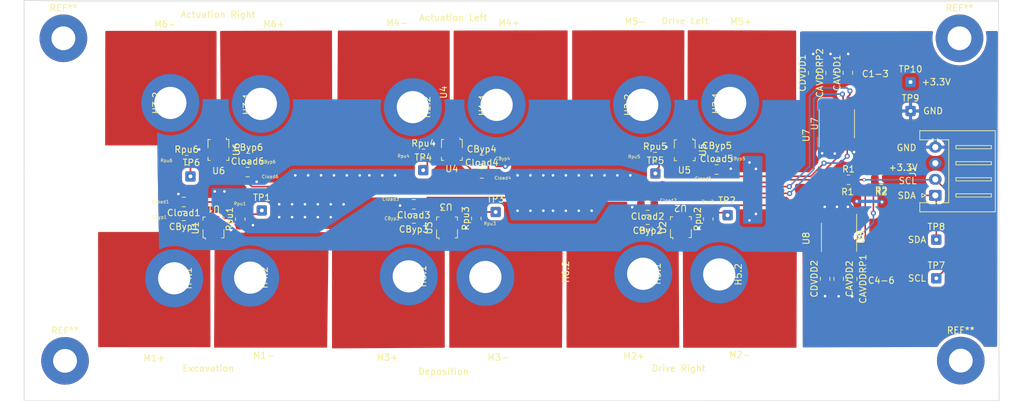
<source format=kicad_pcb>
(kicad_pcb (version 20221018) (generator pcbnew)
  (layers (0 "F.Cu" signal) (31 "B.Cu" signal) (34 "B.Paste" user) (35 "F.Paste" user) (36 "B.SilkS" user "B.Silkscreen") (37 "F.SilkS" user "F.Silkscreen") (38 "B.Mask" user) (39 "F.Mask" user) (44 "Edge.Cuts" user))
  (net 0 "")
  (net 1 "+3.3V")
  (net 2 "Earth")
  (net 3 "Net-(U1-VIOUT)")
  (net 4 "Net-(U2-VIOUT)")
  (net 5 "Net-(U3-VIOUT)")
  (net 6 "Net-(U4-VIOUT)")
  (net 7 "Net-(U5-VIOUT)")
  (net 8 "/M1-")
  (net 9 "/M4+")
  (net 10 "/M4-")
  (net 11 "/M5+")
  (net 12 "/M5-")
  (net 13 "Net-(U6-VIOUT)")
  (net 14 "Net-(U1-~{FAULT})")
  (net 15 "Net-(U2-~{FAULT})")
  (net 16 "Net-(U3-~{FAULT})")
  (net 17 "Net-(U4-~{FAULT})")
  (net 18 "Net-(U5-~{FAULT})")
  (net 19 "Net-(U6-~{FAULT})")
  (net 41 "/M6+")
  (net 42 "/M1+")
  (net 49 "/M6-")
  (net 50 "/M2+")
  (net 51 "/M2-")
  (net 52 "/M3+")
  (net 53 "/M3-")
  (net 55 "/SDA")
  (net 56 "/SCL")
  (footprint "Package_SO:TSSOP-16_4.4x5mm_P0.65mm" (layer "F.Cu") (at 228.5602 50.9855 90)
    (fp_text reference "U7")
    (fp_text value "ADS1119IPWR")
  )
  (footprint "MountingHole:MountingHole_3.7mm_Pad" (layer "F.Cu") (at 108.755052 87.833338)
    (fp_text reference "REF**")
    (fp_text value "MountingHole_3.7mm_Pad")
  )
  (footprint "Capacitor_SMD:C_0805_2012Metric_Pad1.18x1.45mm_HandSolder" (layer "F.Cu") (at 224.892 43.0936 90)
    (fp_text reference "CDVDD1")
    (fp_text value "0.1")
  )
  (footprint "Sensor_Current:Allegro_QFN-12-10-1EP_3x3mm_P0.5mm" (layer "F.Cu") (at 168.05 67.18 90)
    (fp_text reference "U3")
    (fp_text value "ACS711xEXLT-31AB")
  )
  (footprint "Resistor_SMD:R_0805_2012Metric_Pad1.20x1.40mm_HandSolder" (layer "F.Cu") (at 230.378 59.69)
    (fp_text reference "R1")
    (fp_text value "4.7k")
  )
  (footprint "Resistor_SMD:R_0805_2012Metric_Pad1.20x1.40mm_HandSolder" (layer "F.Cu") (at 135.95 65.8 90)
    (fp_text reference "Rpu1")
    (fp_text value "4.7k")
  )
  (footprint "Connector_Wire:SolderWire-0.1sqmm_1x01_D0.4mm_OD1mm" (layer "F.Cu") (at 139.3 64.4548)
    (fp_text reference "TP1")
    (fp_text value "Fault 1")
  )
  (footprint "Connector_Wire:SolderWire-0.25sqmm_1x01_D0.65mm_OD2mm" (layer "F.Cu") (at 162.113397 74.698097 -90)
    (fp_text reference "H6.1")
    (fp_text value "I+ Pad")
  )
  (footprint "Connector_Wire:SolderWire-0.1sqmm_1x01_D0.4mm_OD1mm" (layer "F.Cu") (at 244 69)
    (fp_text reference "TP8")
    (fp_text value "SDA")
  )
  (footprint "Connector_Wire:SolderWire-0.25sqmm_1x01_D0.65mm_OD2mm" (layer "F.Cu") (at 210.3 74.4 -90)
    (fp_text reference "H5.2")
    (fp_text value "I- Pad")
  )
  (footprint "Connector_Wire:SolderWire-0.1sqmm_1x01_D0.4mm_OD1mm" (layer "F.Cu") (at 240 49)
    (fp_text reference "TP9")
    (fp_text value "GND")
  )
  (footprint "Capacitor_SMD:C_0805_2012Metric_Pad1.18x1.45mm_HandSolder" (layer "F.Cu") (at 230.2764 43.0784 90)
    (fp_text reference "CAVDD1")
    (fp_text value "0.1")
  )
  (footprint "Sensor_Current:Allegro_QFN-12-10-1EP_3x3mm_P0.5mm" (layer "F.Cu") (at 132.564895 54.974895 -90)
    (fp_text reference "U6")
    (fp_text value "ACS711xEXLT-31AB")
  )
  (footprint "Resistor_SMD:R_0805_2012Metric_Pad1.20x1.40mm_HandSolder" (layer "F.Cu") (at 235.458 59.69 180)
    (fp_text reference "R2")
    (fp_text value "4.7k")
  )
  (footprint "Connector_Wire:SolderWire-0.25sqmm_1x01_D0.65mm_OD2mm" (layer "F.Cu") (at 174 74.798097 -90)
    (fp_text reference "H6.2")
    (fp_text value "I- Pad")
  )
  (footprint "Sensor_Current:Allegro_QFN-12-10-1EP_3x3mm_P0.5mm" (layer "F.Cu") (at 131.8 67.18 90)
    (fp_text reference "U1")
    (fp_text value "ACS711xEXLT-31AB")
  )
  (footprint "Sensor_Current:Allegro_QFN-12-10-1EP_3x3mm_P0.5mm" (layer "F.Cu") (at 204.35 67.13 90)
    (fp_text reference "U2")
    (fp_text value "ACS711xEXLT-31AB")
  )
  (footprint "Capacitor_SMD:C_0805_2012Metric_Pad1.18x1.45mm_HandSolder" (layer "F.Cu") (at 127.1875 63.145 180)
    (fp_text reference "Cload1")
    (fp_text value "0.1")
  )
  (footprint "Capacitor_SMD:C_0805_2012Metric_Pad1.18x1.45mm_HandSolder" (layer "F.Cu") (at 162.8875 63.5 180)
    (fp_text reference "Cload3")
    (fp_text value "0.1")
  )
  (footprint "Connector_Wire:SolderWire-0.1sqmm_1x01_D0.4mm_OD1mm" (layer "F.Cu") (at 164.36 58.205)
    (fp_text reference "TP4")
    (fp_text value "Fault 4")
  )
  (footprint "Connector_Wire:SolderWire-0.25sqmm_1x01_D0.65mm_OD2mm" (layer "F.Cu") (at 125.7 75 -90)
    (fp_text reference "H4.1")
    (fp_text value "I+ Pad")
  )
  (footprint "Connector_Wire:SolderWire-0.25sqmm_1x01_D0.65mm_OD2mm" (layer "F.Cu") (at 198.35 48.05 90)
    (fp_text reference "H2.2")
    (fp_text value "I- Pad")
  )
  (footprint "Connector_Wire:SolderWire-0.1sqmm_1x01_D0.4mm_OD1mm" (layer "F.Cu") (at 175.6 64.7)
    (fp_text reference "TP3")
    (fp_text value "Fault 3")
  )
  (footprint "Capacitor_SMD:C_0805_2012Metric_Pad1.18x1.45mm_HandSolder" (layer "F.Cu") (at 162.9 65.7 180)
    (fp_text reference "CByp3")
    (fp_text value "0.1")
  )
  (footprint "Resistor_SMD:R_0805_2012Metric_Pad1.20x1.40mm_HandSolder" (layer "F.Cu") (at 164.3975 55.665)
    (fp_text reference "Rpu4")
    (fp_text value "4.7k")
  )
  (footprint "Capacitor_SMD:C_0805_2012Metric_Pad1.18x1.45mm_HandSolder" (layer "F.Cu") (at 209.9625 56.07)
    (fp_text reference "CByp5")
    (fp_text value "0.1")
  )
  (footprint "Capacitor_SMD:C_0805_2012Metric_Pad1.18x1.45mm_HandSolder" (layer "F.Cu") (at 227.592 43.0936 90)
    (fp_text reference "CAVDDRP2")
    (fp_text value "0.1")
  )
  (footprint "Capacitor_SMD:C_0805_2012Metric_Pad1.18x1.45mm_HandSolder" (layer "F.Cu") (at 199.1875 65.9 180)
    (fp_text reference "CByp2")
    (fp_text value "0.1")
  )
  (footprint "Connector_Wire:SolderWire-0.25sqmm_1x01_D0.65mm_OD2mm" (layer "F.Cu") (at 175.75 48.05 90)
    (fp_text reference "H1.1")
    (fp_text value "I+ Pad")
  )
  (footprint "Connector_Wire:SolderWire-0.1sqmm_1x01_D0.4mm_OD1mm" (layer "F.Cu") (at 240 44.5)
    (fp_text reference "TP10")
    (fp_text value "3.3V")
  )
  (footprint "Capacitor_SMD:C_0805_2012Metric_Pad1.18x1.45mm_HandSolder" (layer "F.Cu") (at 173.4375 58.7)
    (fp_text reference "Cload4")
    (fp_text value "0.1")
  )
  (footprint "Capacitor_SMD:C_0805_2012Metric_Pad1.18x1.45mm_HandSolder" (layer "F.Cu") (at 137.1875 56.334703)
    (fp_text reference "CByp6")
    (fp_text value "0.1")
  )
  (footprint "Capacitor_SMD:C_0805_2012Metric_Pad1.18x1.45mm_HandSolder" (layer "F.Cu") (at 228.8368 75.0742 -90)
    (fp_text reference "CAVDD2")
    (fp_text value "0.1")
  )
  (footprint "Connector_JST:JST_XH_S4B-XH-A_1x04_P2.50mm_Horizontal" (layer "F.Cu") (at 243.8444 62.1192 90)
    (fp_text reference "J1")
    (fp_text value "Conn_01x04")
  )
  (footprint "Capacitor_SMD:C_0805_2012Metric_Pad1.18x1.45mm_HandSolder" (layer "F.Cu") (at 137.1 58.5)
    (fp_text reference "Cload6")
    (fp_text value "0.1")
  )
  (footprint "Capacitor_SMD:C_0805_2012Metric_Pad1.18x1.45mm_HandSolder" (layer "F.Cu") (at 230.9368 75.1117 -90)
    (fp_text reference "CAVDDRP1")
    (fp_text value "0.1")
  )
  (footprint "Resistor_SMD:R_0805_2012Metric_Pad1.20x1.40mm_HandSolder" (layer "F.Cu") (at 172.6 65.7 90)
    (fp_text reference "Rpu3")
    (fp_text value "4.7k")
  )
  (footprint "Connector_Wire:SolderWire-0.25sqmm_1x01_D0.65mm_OD2mm" (layer "F.Cu") (at 125.1 47.75 90)
    (fp_text reference "H3.2")
    (fp_text value "I- Pad")
  )
  (footprint "Sensor_Current:Allegro_QFN-12-10-1EP_3x3mm_P0.5mm" (layer "F.Cu") (at 204.95 55.02 -90)
    (fp_text reference "U5")
    (fp_text value "ACS711xEXLT-31AB")
  )
  (footprint "MountingHole:MountingHole_3.7mm_Pad" (layer "F.Cu") (at 247.8 87.8)
    (fp_text reference "REF**")
    (fp_text value "MountingHole_3.7mm_Pad")
  )
  (footprint "Capacitor_SMD:C_0805_2012Metric_Pad1.18x1.45mm_HandSolder" (layer "F.Cu") (at 173.4375 56.6)
    (fp_text reference "CByp4")
    (fp_text value "0.1")
  )
  (footprint "Connector_Wire:SolderWire-0.1sqmm_1x01_D0.4mm_OD1mm" (layer "F.Cu") (at 244 75)
    (fp_text reference "TP7")
    (fp_text value "SCL")
  )
  (footprint "Connector_Wire:SolderWire-0.25sqmm_1x01_D0.65mm_OD2mm" (layer "F.Cu") (at 162.75 48.4 -90)
    (fp_text reference "H1.2")
    (fp_text value "I- Pad")
  )
  (footprint "Resistor_SMD:R_0805_2012Metric_Pad1.20x1.40mm_HandSolder" (layer "F.Cu") (at 127.627395 56.625105)
    (fp_text reference "Rpu6")
    (fp_text value "4.7k")
  )
  (footprint "Connector_Wire:SolderWire-0.1sqmm_1x01_D0.4mm_OD1mm" (layer "F.Cu") (at 200.4 58.7)
    (fp_text reference "TP5")
    (fp_text value "Fault 5")
  )
  (footprint "Connector_Wire:SolderWire-0.25sqmm_1x01_D0.65mm_OD2mm" (layer "F.Cu") (at 212 47.75 90)
    (fp_text reference "H2.1")
    (fp_text value "I+ Pad")
  )
  (footprint "Sensor_Current:Allegro_QFN-12-10-1EP_3x3mm_P0.5mm" (layer "F.Cu") (at 168.8 54.97 -90)
    (fp_text reference "U4")
    (fp_text value "ACS711xEXLT-31AB")
  )
  (footprint "Package_SO:TSSOP-16_4.4x5mm_P0.65mm" (layer "F.Cu") (at 228.9048 68.6375 -90)
    (fp_text reference "U8")
    (fp_text value "ADS1119IPWR")
  )
  (footprint "Resistor_SMD:R_0805_2012Metric_Pad1.20x1.40mm_HandSolder" (layer "F.Cu") (at 200.3675 56.165)
    (fp_text reference "Rpu5")
    (fp_text value "4.7k")
  )
  (footprint "Connector_Wire:SolderWire-0.25sqmm_1x01_D0.65mm_OD2mm" (layer "F.Cu") (at 139.15 47.9 90)
    (fp_text reference "H3.1")
    (fp_text value "I+ Pad")
  )
  (footprint "Connector_Wire:SolderWire-0.1sqmm_1x01_D0.4mm_OD1mm" (layer "F.Cu") (at 211.6 65.2)
    (fp_text reference "TP2")
    (fp_text value "Fault 2")
  )
  (footprint "Connector_Wire:SolderWire-0.25sqmm_1x01_D0.65mm_OD2mm" (layer "F.Cu") (at 198.5 74.3 -90)
    (fp_text reference "H5.1")
    (fp_text value "I+ Pad")
  )
  (footprint "MountingHole:MountingHole_3.7mm_Pad" (layer "F.Cu") (at 247.6 37.7)
    (fp_text reference "REF**")
    (fp_text value "MountingHole_3.7mm_Pad")
  )
  (footprint "Connector_Wire:SolderWire-0.25sqmm_1x01_D0.65mm_OD2mm" (layer "F.Cu") (at 137.5 74.9 -90)
    (fp_text reference "H4.2")
    (fp_text value "I- Pad")
  )
  (footprint "Capacitor_SMD:C_0805_2012Metric_Pad1.18x1.45mm_HandSolder" (layer "F.Cu") (at 127.1875 65.3 180)
    (fp_text reference "CByp1")
    (fp_text value "0.1")
  )
  (footprint "Capacitor_SMD:C_0805_2012Metric_Pad1.18x1.45mm_HandSolder" (layer "F.Cu") (at 209.9 58.1)
    (fp_text reference "Cload5")
    (fp_text value "0.1")
  )
  (footprint "Capacitor_SMD:C_0805_2012Metric_Pad1.18x1.45mm_HandSolder" (layer "F.Cu") (at 199.1868 63.7 180)
    (fp_text reference "Cload2")
    (fp_text value "0.1")
  )
  (footprint "Connector_Wire:SolderWire-0.1sqmm_1x01_D0.4mm_OD1mm" (layer "F.Cu") (at 128.224895 59.165105)
    (fp_text reference "TP6")
    (fp_text value "Fault 6")
  )
  (footprint "Resistor_SMD:R_0805_2012Metric_Pad1.20x1.40mm_HandSolder" (layer "F.Cu") (at 208.6 65.8 90)
    (fp_text reference "Rpu2")
    (fp_text value "4.7k")
  )
  (footprint "MountingHole:MountingHole_3.7mm_Pad" (layer "F.Cu") (at 108.5 37.7)
    (fp_text reference "REF**")
    (fp_text value "MountingHole_3.7mm_Pad")
  )
  (footprint "Capacitor_SMD:C_0805_2012Metric_Pad1.18x1.45mm_HandSolder" (layer "F.Cu") (at 226.7368 75.0742 90)
    (fp_text reference "CDVDD2")
    (fp_text value "0.1")
  )
  (gr_line (start 253.65 31.9) (end 253.75 94.05) (stroke (width 0.1)) (layer "Edge.Cuts"))
  (gr_line (start 253.75 94.05) (end 102.406451 94.063624) (stroke (width 0.1)) (layer "Edge.Cuts"))
  (gr_line (start 102.406451 94.063624) (end 102.4 31.8) (stroke (width 0.1)) (layer "Edge.Cuts"))
  (gr_line (start 110 31.9) (end 253.65 31.9) (stroke (width 0.1)) (layer "Edge.Cuts"))
  (gr_line (start 102.4 31.8) (end 110 31.9) (stroke (width 0.1)) (layer "Edge.Cuts"))
  (gr_text "Rpu5" (at 197.1 56.1) (layer "F.SilkS") (effects (font (size 0.5 0.5) (thickness 0.075))))
  (gr_text "M6+" (at 141.2 35.5) (layer "F.SilkS") (effects (font (size 1 1))))
  (gr_text "R2" (at 235.458 61.5696) (layer "F.SilkS") (effects (font (size 1 1))))
  (gr_text "Rpu4" (at 161.3 56) (layer "F.SilkS") (effects (font (size 0.5 0.5) (thickness 0.075))))
  (gr_text "CByp5" (at 213.2 56.4) (layer "F.SilkS") (effects (font (size 0.5 0.5) (thickness 0.075))))
  (gr_text "M5+" (at 213.7 35.1) (layer "F.SilkS") (effects (font (size 1 1))))
  (gr_text "SDA\n" (at 241 69) (layer "F.SilkS") (effects (font (size 1 1))))
  (gr_text "U2" (at 204.3 64.1 180) (layer "F.SilkS") (effects (font (size 1 1))))
  (gr_text "CByp3" (at 159.5 65.7) (layer "F.SilkS") (effects (font (size 0.5 0.5) (thickness 0.075))))
  (gr_text "GND\n" (at 243.5 49) (layer "F.SilkS") (effects (font (size 1 1))))
  (gr_text "Drive Left\n" (at 205 35) (layer "F.SilkS") (effects (font (size 1 1))))
  (gr_text "CByp4" (at 176.7 56.4) (layer "F.SilkS") (effects (font (size 0.5 0.5) (thickness 0.075))))
  (gr_text "Rpu2" (at 208.5 63.1) (layer "F.SilkS") (effects (font (size 0.5 0.5) (thickness 0.075))))
  (gr_text "M6-" (at 124.3 35.5) (layer "F.SilkS") (effects (font (size 1 1))))
  (gr_text "Cload4" (at 176.7 59.4) (layer "F.SilkS") (effects (font (size 0.5 0.5) (thickness 0.075))))
  (gr_text "Drive Right\n" (at 204 89) (layer "F.SilkS") (effects (font (size 1 1))))
  (gr_text "R1" (at 230.2256 61.5696) (layer "F.SilkS") (effects (font (size 1 1))))
  (gr_text "+3.3V\n" (at 244 44.5) (layer "F.SilkS") (effects (font (size 1 1))))
  (gr_text "Rpu1" (at 135.9 63.4) (layer "F.SilkS") (effects (font (size 0.5 0.5) (thickness 0.075))))
  (gr_text "Cload1" (at 123.6 63.1) (layer "F.SilkS") (effects (font (size 0.5 0.5) (thickness 0.075))))
  (gr_text "SDA\n" (at 239.41 62.14) (layer "F.SilkS") (effects (font (size 1 1))))
  (gr_text "U1" (at 131.8 64.2 180) (layer "F.SilkS") (effects (font (size 1 1))))
  (gr_text "M2-" (at 213.5 86.9) (layer "F.SilkS") (effects (font (size 1 1))))
  (gr_text "M5-" (at 197.3 35.1) (layer "F.SilkS") (effects (font (size 1 1))))
  (gr_text "Actuation Left\n" (at 169 34.5) (layer "F.SilkS") (effects (font (size 1 1))))
  (gr_text "M4-" (at 160.3 35.3) (layer "F.SilkS") (effects (font (size 1 1))))
  (gr_text "U3" (at 167.9 63.9 180) (layer "F.SilkS") (effects (font (size 1 1))))
  (gr_text "M4+" (at 177.7 35.3) (layer "F.SilkS") (effects (font (size 1 1))))
  (gr_text "M2+" (at 197.1 87.1) (layer "F.SilkS") (effects (font (size 1 1))))
  (gr_text "M1+" (at 122.6 87.4) (layer "F.SilkS") (effects (font (size 1 1))))
  (gr_text "M3+" (at 158.8 87.3) (layer "F.SilkS") (effects (font (size 1 1))))
  (gr_text "M3-" (at 176 87.3) (layer "F.SilkS") (effects (font (size 1 1))))
  (gr_text "GND\n" (at 239.38 54.71) (layer "F.SilkS") (effects (font (size 1 1))))
  (gr_text "Cload3" (at 159.3 62.7) (layer "F.SilkS") (effects (font (size 0.5 0.5) (thickness 0.075))))
  (gr_text "CByp1" (at 123.4 65.5) (layer "F.SilkS") (effects (font (size 0.5 0.5) (thickness 0.075))))
  (gr_text "Cload2" (at 202.4 62.9) (layer "F.SilkS") (effects (font (size 0.5 0.5) (thickness 0.075))))
  (gr_text "Deposition\n" (at 167.5 89.5) (layer "F.SilkS") (effects (font (size 1 1))))
  (gr_text "U4" (at 168.8 58) (layer "F.SilkS") (effects (font (size 1 1))))
  (gr_text "Actuation Right\n" (at 132.5 34) (layer "F.SilkS") (effects (font (size 1 1))))
  (gr_text "Excavation\n" (at 131 89) (layer "F.SilkS") (effects (font (size 1 1))))
  (gr_text "+3.3V\n" (at 238.86 57.79) (layer "F.SilkS") (effects (font (size 1 1))))
  (gr_text "U8" (at 223.8 68.8 -270) (layer "F.SilkS") (effects (font (size 1 1))))
  (gr_text "M1-" (at 139.6 87) (layer "F.SilkS") (effects (font (size 1 1))))
  (gr_text "C1-3" (at 234.5436 43.2308) (layer "F.SilkS") (effects (font (size 1 1))))
  (gr_text "SCL" (at 241 75) (layer "F.SilkS") (effects (font (size 1 1))))
  (gr_text "U6" (at 132.6 58.3) (layer "F.SilkS") (effects (font (size 1 1))))
  (gr_text "CByp2" (at 199 67.4) (layer "F.SilkS") (effects (font (size 0.5 0.5) (thickness 0.075))))
  (gr_text "C4-6" (at 235.458 75.3364) (layer "F.SilkS") (effects (font (size 1 1))))
  (gr_text "CByp6" (at 140.3 56.9) (layer "F.SilkS") (effects (font (size 0.5 0.5) (thickness 0.075))))
  (gr_text "Rpu6" (at 124.5 56.7) (layer "F.SilkS") (effects (font (size 0.5 0.5) (thickness 0.075))))
  (gr_text "Rpu3" (at 174.7 66.5) (layer "F.SilkS") (effects (font (size 0.5 0.5) (thickness 0.075))))
  (gr_text "U5" (at 204.9 58.2) (layer "F.SilkS") (effects (font (size 1 1))))
  (gr_text "SCL\n" (at 239.55 59.86) (layer "F.SilkS") (effects (font (size 1 1))))
  (gr_text "U7" (at 223.8 52.8 90) (layer "F.SilkS") (effects (font (size 1 1))))
  (gr_text "Cload5" (at 207.8 59.5) (layer "F.SilkS") (effects (font (size 0.5 0.5) (thickness 0.075))))
  (gr_text "Cload6" (at 140.6 59.2) (layer "F.SilkS") (effects (font (size 0.5 0.5) (thickness 0.075))))
  (segment (start 208.925 55.795) (end 210.21 54.51) (width 0.5) (layer "F.Cu") (net 1))
  (segment (start 173.8 55.2) (end 175.55 55.2) (width 0.5) (layer "F.Cu") (net 1))
  (segment (start 172.4 56.6) (end 173.8 55.2) (width 0.5) (layer "F.Cu") (net 1))
  (segment (start 200.05 66.25) (end 200.7 66.9) (width 0.25) (layer "F.Cu") (net 1))
  (segment (start 198.625 67.5) (end 197 67.5) (width 0.5) (layer "F.Cu") (net 1))
  (segment (start 229.8798 67.3706) (end 229.9208 67.4116) (width 0.25) (layer "F.Cu") (net 1))
  (segment (start 210.21 54.51) (end 211.7 54.51) (width 0.5) (layer "F.Cu") (net 1))
  (segment (start 135.195192 55.204895) (end 136.325 56.334703) (width 0.25) (layer "F.Cu") (net 1))
  (segment (start 129.625 66.95) (end 130.35 66.95) (width 0.25) (layer "F.Cu") (net 1))
  (segment (start 200.7 66.9) (end 202.9 66.9) (width 0.25) (layer "F.Cu") (net 1))
  (segment (start 211.7 54.51) (end 212.63 55.44) (width 0.5) (layer "F.Cu") (net 1))
  (segment (start 134.014895 55.204895) (end 135.195192 55.204895) (width 0.25) (layer "F.Cu") (net 1))
  (segment (start 137.92 66.75) (end 136.055 66.75) (width 0.25) (layer "F.Cu") (net 1))
  (segment (start 208.925 56.07) (end 208.925 55.795) (width 0.5) (layer "F.Cu") (net 1))
  (segment (start 171.58 55.2) (end 172.575 56.195) (width 0.25) (layer "F.Cu") (net 1))
  (segment (start 227.5852 53.848) (end 227.5852 52.2236) (width 0.25) (layer "F.Cu") (net 1))
  (segment (start 137.484703 55) (end 140.5 55) (width 0.5) (layer "F.Cu") (net 1))
  (segment (start 208.925 56.07) (end 208.93 56.07) (width 0.25) (layer "F.Cu") (net 1))
  (segment (start 166.6 66.95) (end 165 66.95) (width 0.25) (layer "F.Cu") (net 1))
  (segment (start 170.25 55.2) (end 171.58 55.2) (width 0.25) (layer "F.Cu") (net 1))
  (segment (start 200.225 65.9) (end 198.625 67.5) (width 0.5) (layer "F.Cu") (net 1))
  (segment (start 206.4 55.25) (end 208.105 55.25) (width 0.25) (layer "F.Cu") (net 1))
  (segment (start 208.105 55.25) (end 208.925 56.07) (width 0.25) (layer "F.Cu") (net 1))
  (segment (start 136.15 56.334703) (end 137.484703 55) (width 0.5) (layer "F.Cu") (net 1))
  (segment (start 229.8798 65.775) (end 229.8798 67.3706) (width 0.25) (layer "F.Cu") (net 1))
  (segment (start 208.655 67.05) (end 208.6 66.995) (width 0.25) (layer "F.Cu") (net 1))
  (segment (start 197 67.5) (end 196.5 67) (width 0.5) (layer "F.Cu") (net 1))
  (segment (start 165 66.95) (end 163.75 65.7) (width 0.25) (layer "F.Cu") (net 1))
  (segment (start 128.05 65.375) (end 129.625 66.95) (width 0.25) (layer "F.Cu") (net 1))
  (segment (start 136.055 66.75) (end 135.95 66.645) (width 0.25) (layer "F.Cu") (net 1))
  (via (at 188.5 64.5) (size 0.8) (drill 0.4) (layers "F.Cu" "B.Cu") (net 1))
  (via (at 190.5 59) (size 0.8) (drill 0.4) (layers "F.Cu" "B.Cu") (net 1))
  (via (at 235.5596 63.1444) (size 0.8) (drill 0.4) (layers "F.Cu" "B.Cu") (net 1))
  (via (at 196.5 59) (size 0.8) (drill 0.4) (layers "F.Cu" "B.Cu") (net 1))
  (via (at 181 59) (size 0.8) (drill 0.4) (layers "F.Cu" "B.Cu") (net 1))
  (via (at 150 63.5) (size 0.8) (drill 0.4) (layers "F.Cu" "B.Cu") (net 1))
  (via (at 216 58) (size 0.8) (drill 0.4) (layers "F.Cu" "B.Cu") (net 1))
  (via (at 194.5 59) (size 0.8) (drill 0.4) (layers "F.Cu" "B.Cu") (net 1))
  (via (at 146 63.5) (size 0.8) (drill 0.4) (layers "F.Cu" "B.Cu") (net 1))
  (via (at 144.5 59) (size 0.8) (drill 0.4) (layers "F.Cu" "B.Cu") (net 1))
  (via (at 132 61.5) (size 0.8) (drill 0.4) (layers "F.Cu" "B.Cu") (net 1))
  (via (at 215 57) (size 0.8) (drill 0.4) (layers "F.Cu" "B.Cu") (net 1))
  (via (at 183 59) (size 0.8) (drill 0.4) (layers "F.Cu" "B.Cu") (net 1))
  (via (at 142 63.5) (size 0.8) (drill 0.4) (layers "F.Cu" "B.Cu") (net 1))
  (via (at 186.5 64.5) (size 0.8) (drill 0.4) (layers "F.Cu" "B.Cu") (net 1))
  (via (at 186.5 59) (size 0.8) (drill 0.4) (layers "F.Cu" "B.Cu") (net 1))
  (via (at 137.92 66.75) (size 0.8) (drill 0.4) (layers "F.Cu" "B.Cu") (net 1))
  (via (at 216 65) (size 0.8) (drill 0.4) (layers "F.Cu" "B.Cu") (net 1))
  (via (at 192.5 59) (size 0.8) (drill 0.4) (layers "F.Cu" "B.Cu") (net 1))
  (via (at 160 59) (size 0.8) (drill 0.4) (layers "F.Cu" "B.Cu") (net 1))
  (via (at 152.5 59) (size 0.8) (drill 0.4) (layers "F.Cu" "B.Cu") (net 1))
  (via (at 231.648 63.0428) (size 0.8) (drill 0.4) (layers "F.Cu" "B.Cu") (net 1))
  (via (at 152 63.5) (size 0.8) (drill 0.4) (layers "F.Cu" "B.Cu") (net 1))
  (via (at 146.5 59) (size 0.8) (drill 0.4) (layers "F.Cu" "B.Cu") (net 1))
  (via (at 158 59) (size 0.8) (drill 0.4) (layers "F.Cu" "B.Cu") (net 1))
  (via (at 144 65.5) (size 0.8) (drill 0.4) (layers "F.Cu" "B.Cu") (net 1))
  (via (at 142 65.5) (size 0.8) (drill 0.4) (layers "F.Cu" "B.Cu") (net 1))
  (via (at 148.5 59) (size 0.8) (drill 0.4) (layers "F.Cu" "B.Cu") (net 1))
  (via (at 144 63.5) (size 0.8) (drill 0.4) (layers "F.Cu" "B.Cu") (net 1))
  (via (at 179 64.5) (size 0.8) (drill 0.4) (layers "F.Cu" "B.Cu") (net 1))
  (via (at 188.5 59) (size 0.8) (drill 0.4) (layers "F.Cu" "B.Cu") (net 1))
  (via (at 184.5 64.5) (size 0.8) (drill 0.4) (layers "F.Cu" "B.Cu") (net 1))
  (via (at 154.5 59) (size 0.8) (drill 0.4) (layers "F.Cu" "B.Cu") (net 1))
  (via (at 215 66) (size 0.8) (drill 0.4) (layers "F.Cu" "B.Cu") (net 1))
  (via (at 156 59) (size 0.8) (drill 0.4) (layers "F.Cu" "B.Cu") (net 1))
  (via (at 133.5 61.5) (size 0.8) (drill 0.4) (layers "F.Cu" "B.Cu") (net 1))
  (via (at 148 65.5) (size 0.8) (drill 0.4) (layers "F.Cu" "B.Cu") (net 1))
  (via (at 150.5 59) (size 0.8) (drill 0.4) (layers "F.Cu" "B.Cu") (net 1))
  (via (at 146 65.5) (size 0.8) (drill 0.4) (layers "F.Cu" "B.Cu") (net 1))
  (via (at 150 65.5) (size 0.8) (drill 0.4) (layers "F.Cu" "B.Cu") (net 1))
  (via (at 183 64.5) (size 0.8) (drill 0.4) (layers "F.Cu" "B.Cu") (net 1))
  (via (at 190.5 64.5) (size 0.8) (drill 0.4) (layers "F.Cu" "B.Cu") (net 1))
  (via (at 181 64.5) (size 0.8) (drill 0.4) (layers "F.Cu" "B.Cu") (net 1))
  (via (at 179 59) (size 0.8) (drill 0.4) (layers "F.Cu" "B.Cu") (net 1))
  (via (at 184.5 59) (size 0.8) (drill 0.4) (layers "F.Cu" "B.Cu") (net 1))
  (via (at 148 63.5) (size 0.8) (drill 0.4) (layers "F.Cu" "B.Cu") (net 1))
  (segment (start 235.458 63.0428) (end 235.5596 63.1444) (width 0.25) (layer "B.Cu") (net 1))
  (segment (start 231.648 63.0428) (end 235.458 63.0428) (width 0.5) (layer "B.Cu") (net 1))
  (segment (start 198.28 63.95) (end 198.325 63.995) (width 0.25) (layer "F.Cu") (net 2))
  (segment (start 133.25 66.95) (end 133.475 66.95) (width 0.25) (layer "F.Cu") (net 2))
  (segment (start 169.5 66.95) (end 169.725 66.95) (width 0.25) (layer "F.Cu") (net 2))
  (segment (start 126.325 63.145) (end 126.325 61.6475) (width 0.2) (layer "F.Cu") (net 2))
  (segment (start 230.3272 40.132) (end 230.3272 42.1209) (width 0.25) (layer "F.Cu") (net 2))
  (segment (start 210.825 57.7475) (end 211.0525 57.975) (width 0.25) (layer "F.Cu") (net 2))
  (segment (start 196.8 63.95) (end 198.28 63.95) (width 0.25) (layer "F.Cu") (net 2))
  (segment (start 230.3272 42.1209) (end 230.292 42.1561) (width 0.25) (layer "F.Cu") (net 2))
  (segment (start 134.5 67.5) (end 133.8 67.5) (width 0.25) (layer "F.Cu") (net 2))
  (segment (start 231.2416 55.372) (end 230.8334 54.9638) (width 0.25) (layer "F.Cu") (net 2))
  (segment (start 169.7245 67.1745) (end 169.5 66.95) (width 0.25) (layer "F.Cu") (net 2))
  (segment (start 211.0525 57.975) (end 212.095 57.975) (width 0.25) (layer "F.Cu") (net 2))
  (segment (start 206.1 67.2) (end 205.8 66.9) (width 0.25) (layer "F.Cu") (net 2))
  (segment (start 138.1375 59.6375) (end 138.1375 56.422203) (width 0.25) (layer "F.Cu") (net 2))
  (segment (start 228.2334 55.6232) (end 228.2334 53.848) (width 0.25) (layer "F.Cu") (net 2))
  (segment (start 167.35 55.2) (end 167.1 55.2) (width 0.25) (layer "F.Cu") (net 2))
  (segment (start 227.584 40.132) (end 227.584 42.0481) (width 0.25) (layer "F.Cu") (net 2))
  (segment (start 226.6798 63.9) (end 226.6798 65.725) (width 0.25) (layer "F.Cu") (net 2))
  (segment (start 169.7245 67.1745) (end 170.9745 67.1745) (width 0.25) (layer "F.Cu") (net 2))
  (segment (start 226.2742 55.5724) (end 226.2834 55.5632) (width 0.25) (layer "F.Cu") (net 2))
  (segment (start 230.8334 54.9638) (end 230.8334 53.848) (width 0.25) (layer "F.Cu") (net 2))
  (segment (start 230.5298 65.05) (end 230.5298 65.775) (width 0.25) (layer "F.Cu") (net 2))
  (segment (start 202.85 54.6) (end 203.5 55.25) (width 0.25) (layer "F.Cu") (net 2))
  (segment (start 133.8 67.5) (end 133.25 66.95) (width 0.25) (layer "F.Cu") (net 2))
  (segment (start 230.5798 65) (end 230.5298 65.05) (width 0.25) (layer "F.Cu") (net 2))
  (segment (start 228.2334 55.6232) (end 228.8834 54.9732) (width 0.25) (layer "F.Cu") (net 2))
  (segment (start 226.2834 55.5632) (end 226.2834 53.848) (width 0.25) (layer "F.Cu") (net 2))
  (segment (start 161.93 63.7) (end 162.025 63.795) (width 0.25) (layer "F.Cu") (net 2))
  (segment (start 175.705 57.6) (end 174.3 56.195) (width 0.25) (layer "F.Cu") (net 2))
  (segment (start 170.9745 67.1745) (end 171 67.2) (width 0.25) (layer "F.Cu") (net 2))
  (segment (start 126.325 63.145) (end 126.325 65.05) (width 0.2) (layer "F.Cu") (net 2))
  (segment (start 129.574895 54.980395) (end 130.890395 54.980395) (width 0.25) (layer "F.Cu") (net 2))
  (segment (start 167.1 55.2) (end 166 54.1) (width 0.25) (layer "F.Cu") (net 2))
  (segment (start 230.2798 63.9) (end 230.5798 64.2) (width 0.25) (layer "F.Cu") (net 2))
  (segment (start 228.5798 63.9) (end 229.2298 64.55) (width 0.25) (layer "F.Cu") (net 2))
  (segment (start 207.15 67.2) (end 206.1 67.2) (width 0.25) (layer "F.Cu") (net 2))
  (segment (start 228.5798 63.9) (end 228.5798 65.775) (width 0.25) (layer "F.Cu") (net 2))
  (segment (start 224.8916 42.0557) (end 224.892 42.0561) (width 0.25) (layer "F.Cu") (net 2))
  (segment (start 160.75 63.7) (end 161.93 63.7) (width 0.25) (layer "F.Cu") (net 2))
  (segment (start 230.5798 64.2) (end 230.5798 65) (width 0.25) (layer "F.Cu") (net 2))
  (segment (start 226.9352 53.848) (end 226.9352 54.9114) (width 0.25) (layer "F.Cu") (net 2))
  (segment (start 226.6798 65.725) (end 226.6298 65.775) (width 0.25) (layer "F.Cu") (net 2))
  (segment (start 202.1 54.6) (end 202.85 54.6) (width 0.25) (layer "F.Cu") (net 2))
  (segment (start 230.9368 76.1492) (end 230.9368 77.8117) (width 0.25) (layer "F.Cu") (net 2))
  (segment (start 138.1375 56.422203) (end 138.05 56.334703) (width 0.25) (layer "F.Cu") (net 2))
  (segment (start 162.025 65.7) (end 162.025 63.795) (width 0.25) (layer "F.Cu") (net 2))
  (segment (start 224.8916 40.132) (end 224.8916 42.0557) (width 0.25) (layer "F.Cu") (net 2))
  (segment (start 177.1 57.6) (end 175.705 57.6) (width 0.25) (layer "F.Cu") (net 2))
  (segment (start 227.584 42.0481) (end 227.592 42.0561) (width 0.25) (layer "F.Cu") (net 2))
  (segment (start 174.475 56.6) (end 174.475 58.7) (width 0.25) (layer "F.Cu") (net 2))
  (segment (start 226.7368 76.1117) (end 226.7368 77.7742) (width 0.25) (layer "F.Cu") (net 2))
  (segment (start 130.890395 54.980395) (end 131.114895 55.204895) (width 0.25) (layer "F.Cu") (net 2))
  (segment (start 198.325 63.995) (end 198.325 65.9) (width 0.25) (layer "F.Cu") (net 2))
  (segment (start 138.5 60) (end 138.1375 59.6375) (width 0.25) (layer "F.Cu") (net 2))
  (segment (start 210.825 56.07) (end 210.825 57.7475) (width 0.25) (layer "F.Cu") (net 2))
  (segment (start 226.9352 54.9114) (end 226.2742 55.5724) (width 0.25) (layer "F.Cu") (net 2))
  (segment (start 229.2298 64.55) (end 229.2298 65.775) (width 0.25) (layer "F.Cu") (net 2))
  (segment (start 228.8368 76.1117) (end 228.8368 77.8017) (width 0.25) (layer "F.Cu") (net 2))
  (segment (start 228.8834 54.9732) (end 228.8834 53.848) (width 0.25) (layer "F.Cu") (net 2))
  (via (at 202.1 54.6) (size 0.8) (drill 0.4) (layers "F.Cu" "B.Cu") (net 2))
  (via (at 226.2742 55.5724) (size 0.8) (drill 0.4) (layers "F.Cu" "B.Cu") (net 2))
  (via (at 228.8368 77.8017) (size 0.8) (drill 0.4) (layers "F.Cu" "B.Cu") (net 2))
  (via (at 224.8916 40.132) (size 0.8) (drill 0.4) (layers "F.Cu" "B.Cu") (net 2))
  (via (at 138.5 60) (size 0.8) (drill 0.4) (layers "F.Cu" "B.Cu") (net 2))
  (via (at 134.5 67.5) (size 0.8) (drill 0.4) (layers "F.Cu" "B.Cu") (net 2))
  (via (at 228.5798 63.9) (size 0.8) (drill 0.4) (layers "F.Cu" "B.Cu") (net 2))
  (via (at 196.8 63.95) (size 0.8) (drill 0.4) (layers "F.Cu" "B.Cu") (net 2))
  (via (at 171 67.2) (size 0.8) (drill 0.4) (layers "F.Cu" "B.Cu") (net 2))
  (via (at 126.35 61.9) (size 0.8) (drill 0.4) (layers "F.Cu" "B.Cu") (net 2))
  (via (at 177.1 57.6) (size 0.8) (drill 0.4) (layers "F.Cu" "B.Cu") (net 2))
  (via (at 129.574895 54.980395) (size 0.8) (drill 0.4) (layers "F.Cu" "B.Cu") (net 2))
  (via (at 212.095 57.975) (size 0.8) (drill 0.4) (layers "F.Cu" "B.Cu") (net 2))
  (via (at 160.75 63.7) (size 0.8) (drill 0.4) (layers "F.Cu" "B.Cu") (net 2))
  (via (at 230.3272 40.132) (size 0.8) (drill 0.4) (layers "F.Cu" "B.Cu") (net 2))
  (via (at 230.9368 77.8117) (size 0.8) (drill 0.4) (layers "F.Cu" "B.Cu") (net 2))
  (via (at 166 54.1) (size 0.8) (drill 0.4) (layers "F.Cu" "B.Cu") (net 2))
  (via (at 207.15 67.2) (size 0.8) (drill 0.4) (layers "F.Cu" "B.Cu") (net 2))
  (via (at 226.7368 77.7742) (size 0.8) (drill 0.4) (layers "F.Cu" "B.Cu") (net 2))
  (via (at 231.2416 55.372) (size 0.8) (drill 0.4) (layers "F.Cu" "B.Cu") (net 2))
  (via (at 226.6798 63.9) (size 0.8) (drill 0.4) (layers "F.Cu" "B.Cu") (net 2))
  (via (at 227.584 40.132) (size 0.8) (drill 0.4) (layers "F.Cu" "B.Cu") (net 2))
  (via (at 230.2798 63.9) (size 0.8) (drill 0.4) (layers "F.Cu" "B.Cu") (net 2))
  (via (at 228.2334 55.6232) (size 0.8) (drill 0.4) (layers "F.Cu" "B.Cu") (net 2))
  (segment (start 229.435601 46.380395) (end 229.5352 46.479994) (width 0.25) (layer "F.Cu") (net 3))
  (segment (start 128.225 63.145) (end 133.508939 63.145) (width 0.25) (layer "F.Cu") (net 3))
  (segment (start 134.852036 61.801903) (end 221.148097 61.801903) (width 0.25) (layer "F.Cu") (net 3))
  (segment (start 129.9 66.45) (end 129.35 65.9) (width 0.25) (layer "F.Cu") (net 3))
  (segment (start 133.508939 63.145) (end 134.852036 61.801903) (width 0.25) (layer "F.Cu") (net 3))
  (segment (start 130.35 66.45) (end 129.9 66.45) (width 0.25) (layer "F.Cu") (net 3))
  (segment (start 129.35 64.445) (end 128.05 63.145) (width 0.25) (layer "F.Cu") (net 3))
  (segment (start 129.35 65.9) (end 129.35 64.445) (width 0.25) (layer "F.Cu") (net 3))
  (segment (start 229.5352 46.479994) (end 229.5352 48.123) (width 0.25) (layer "F.Cu") (net 3))
  (via (at 221.234 61.8236) (size 0.8) (drill 0.4) (layers "F.Cu" "B.Cu") (net 3))
  (via (at 229.435601 46.380395) (size 0.8) (drill 0.4) (layers "F.Cu" "B.Cu") (net 3))
  (segment (start 225.755205 46.380395) (end 224.9932 47.1424) (width 0.25) (layer "B.Cu") (net 3))
  (segment (start 224.9932 58.0644) (end 221.234 61.8236) (width 0.25) (layer "B.Cu") (net 3))
  (segment (start 229.435601 46.380395) (end 225.755205 46.380395) (width 0.25) (layer "B.Cu") (net 3))
  (segment (start 224.9932 47.1424) (end 224.9932 58.0644) (width 0.25) (layer "B.Cu") (net 3))
  (segment (start 202.875 66.425) (end 202.9 66.4) (width 0.25) (layer "F.Cu") (net 4))
  (segment (start 200.57 63.65) (end 200.225 63.995) (width 0.25) (layer "F.Cu") (net 4))
  (segment (start 227.2798 69.8506) (end 221.0792 63.65) (width 0.25) (layer "F.Cu") (net 4))
  (segment (start 221.0792 63.65) (end 200.57 63.65) (width 0.25) (layer "F.Cu") (net 4))
  (segment (start 200.05 63.995) (end 202.48 66.425) (width 0.25) (layer "F.Cu") (net 4))
  (segment (start 227.2798 71.5) (end 227.2798 69.8506) (width 0.25) (layer "F.Cu") (net 4))
  (segment (start 202.48 66.425) (end 202.875 66.425) (width 0.25) (layer "F.Cu") (net 4))
  (segment (start 163.945 63.795) (end 166.6 66.45) (width 0.25) (layer "F.Cu") (net 5))
  (segment (start 163.945 63.545) (end 163.945 63.795) (width 0.25) (layer "F.Cu") (net 5))
  (segment (start 227.9298 71.5) (end 227.9298 69.637) (width 0.25) (layer "F.Cu") (net 5))
  (segment (start 227.9298 69.637) (end 220.7528 62.46) (width 0.25) (layer "F.Cu") (net 5))
  (segment (start 165.03 62.46) (end 163.945 63.545) (width 0.25) (layer "F.Cu") (net 5))
  (segment (start 220.7528 62.46) (end 165.03 62.46) (width 0.25) (layer "F.Cu") (net 5))
  (segment (start 220.2702 60.095) (end 220.6752 59.69) (width 0.25) (layer "F.Cu") (net 6))
  (segment (start 172.575 58.1) (end 172.575 59.525) (width 0.25) (layer "F.Cu") (net 6))
  (segment (start 225.191214 59.69) (end 229.5352 55.346014) (width 0.25) (layer "F.Cu") (net 6))
  (segment (start 170.25 55.7) (end 170.25 56.55) (width 0.25) (layer "F.Cu") (net 6))
  (segment (start 170.25 56.55) (end 172.4 58.7) (width 0.25) (layer "F.Cu") (net 6))
  (segment (start 172.575 59.525) (end 173.145 60.095) (width 0.25) (layer "F.Cu") (net 6))
  (segment (start 220.6752 59.69) (end 225.191214 59.69) (width 0.25) (layer "F.Cu") (net 6))
  (segment (start 173.145 60.095) (end 220.2702 60.095) (width 0.25) (layer "F.Cu") (net 6))
  (segment (start 229.5352 55.346014) (end 229.5352 53.848) (width 0.25) (layer "F.Cu") (net 6))
  (segment (start 206.4 55.75) (end 208.625 57.975) (width 0.25) (layer "F.Cu") (net 7))
  (segment (start 230.1748 56.0324) (end 230.1748 53.8584) (width 0.25) (layer "F.Cu") (net 7))
  (segment (start 208.8625 58.5525) (end 209.45952 59.14952) (width 0.25) (layer "F.Cu") (net 7))
  (segment (start 208.625 57.975) (end 209.1525 57.975) (width 0.25) (layer "F.Cu") (net 7))
  (segment (start 230.1748 53.8584) (end 230.1852 53.848) (width 0.25) (layer "F.Cu") (net 7))
  (segment (start 208.8625 58.44) (end 208.8625 58.5525) (width 0.25) (layer "F.Cu") (net 7))
  (segment (start 224.51768 59.14952) (end 226.568 57.0992) (width 0.25) (layer "F.Cu") (net 7))
  (segment (start 209.45952 59.14952) (end 224.51768 59.14952) (width 0.25) (layer "F.Cu") (net 7))
  (via (at 230.1748 56.0324) (size 0.8) (drill 0.4) (layers "F.Cu" "B.Cu") (net 7))
  (via (at 226.568 57.0992) (size 0.8) (drill 0.4) (layers "F.Cu" "B.Cu") (net 7))
  (segment (start 229.108 57.0992) (end 226.568 57.0992) (width 0.25) (layer "B.Cu") (net 7))
  (segment (start 230.1748 56.0324) (end 229.108 57.0992) (width 0.25) (layer "B.Cu") (net 7))
  (segment (start 230.6 45.89) (end 230.6 46.45) (width 0.25) (layer "F.Cu") (net 13))
  (segment (start 230.6 46.45) (end 230.1852 46.8648) (width 0.25) (layer "F.Cu") (net 13))
  (segment (start 230.1852 46.8648) (end 230.1852 48.123) (width 0.25) (layer "F.Cu") (net 13))
  (segment (start 136.299895 58.225105) (end 136.299895 59.300105) (width 0.25) (layer "F.Cu") (net 13))
  (segment (start 136.299895 59.300105) (end 137.74979 60.75) (width 0.25) (layer "F.Cu") (net 13))
  (segment (start 137.74979 60.75) (end 221.224645 60.75) (width 0.25) (layer "F.Cu") (net 13))
  (segment (start 134.014895 55.704895) (end 134.014895 55.940105) (width 0.25) (layer "F.Cu") (net 13))
  (segment (start 134.014895 55.940105) (end 136.299895 58.225105) (width 0.25) (layer "F.Cu") (net 13))
  (via (at 230.6 45.89) (size 0.8) (drill 0.4) (layers "F.Cu" "B.Cu") (net 13))
  (via (at 221.1832 60.7568) (size 0.8) (drill 0.4) (layers "F.Cu" "B.Cu") (net 13))
  (segment (start 225.5774 45.4152) (end 224.3328 46.6598) (width 0.25) (layer "B.Cu") (net 13))
  (segment (start 224.3328 57.6072) (end 221.1832 60.7568) (width 0.25) (layer "B.Cu") (net 13))
  (segment (start 230.1252 45.4152) (end 225.5774 45.4152) (width 0.25) (layer "B.Cu") (net 13))
  (segment (start 230.6 45.89) (end 230.1252 45.4152) (width 0.25) (layer "B.Cu") (net 13))
  (segment (start 224.3328 46.6598) (end 224.3328 57.6072) (width 0.25) (layer "B.Cu") (net 13))
  (segment (start 134.3 66.45) (end 135.95 64.8) (width 0.25) (layer "F.Cu") (net 14))
  (segment (start 138.7073 65.0475) (end 139.3 64.4548) (width 0.25) (layer "F.Cu") (net 14))
  (segment (start 135.95 65.0475) (end 138.7073 65.0475) (width 0.25) (layer "F.Cu") (net 14))
  (segment (start 133.25 66.45) (end 134.3 66.45) (width 0.25) (layer "F.Cu") (net 14))
  (segment (start 211.2 64.8) (end 211.6 65.2) (width 0.25) (layer "F.Cu") (net 15))
  (segment (start 208.6 64.8) (end 211.2 64.8) (width 0.25) (layer "F.Cu") (net 15))
  (segment (start 207 66.4) (end 208.6 64.8) (width 0.25) (layer "F.Cu") (net 15))
  (segment (start 205.8 66.4) (end 207 66.4) (width 0.25) (layer "F.Cu") (net 15))
  (segment (start 170.85 66.45) (end 172.6 64.7) (width 0.25) (layer "F.Cu") (net 16))
  (segment (start 172.6 64.7) (end 175.6 64.7) (width 0.25) (layer "F.Cu") (net 16))
  (segment (start 169.5 66.45) (end 170.85 66.45) (width 0.25) (layer "F.Cu") (net 16))
  (segment (start 165.4325 55.7) (end 165.3975 55.665) (width 0.25) (layer "F.Cu") (net 17))
  (segment (start 164.995 55.665) (end 164.995 57.57) (width 0.25) (layer "F.Cu") (net 17))
  (segment (start 167.35 55.7) (end 165.4325 55.7) (width 0.25) (layer "F.Cu") (net 17))
  (segment (start 164.36 58.205) (end 164.845 58.205) (width 0.25) (layer "F.Cu") (net 17))
  (segment (start 201.38 55.75) (end 200.965 56.165) (width 0.25) (layer "F.Cu") (net 18))
  (segment (start 200.965 57.685) (end 200.5 58.15) (width 0.25) (layer "F.Cu") (net 18))
  (segment (start 203.5 55.75) (end 201.38 55.75) (width 0.25) (layer "F.Cu") (net 18))
  (segment (start 200.965 56.165) (end 200.965 57.685) (width 0.25) (layer "F.Cu") (net 18))
  (segment (start 128.224895 59.165105) (end 128.224895 56.625105) (width 0.25) (layer "F.Cu") (net 19))
  (segment (start 128.224895 56.625105) (end 129.145105 55.704895) (width 0.25) (layer "F.Cu") (net 19))
  (segment (start 129.145105 55.704895) (end 131.114895 55.704895) (width 0.25) (layer "F.Cu") (net 19))
  (segment (start 244 62.2748) (end 244 69) (width 0.25) (layer "F.Cu") (net 55))
  (segment (start 236.8872 62.1192) (end 243.8444 62.1192) (width 0.25) (layer "F.Cu") (net 55))
  (segment (start 234.2388 64.8716) (end 234.2388 59.9092) (width 0.25) (layer "F.Cu") (net 55))
  (segment (start 230.324 51) (end 234.2388 54.9148) (width 0.25) (layer "F.Cu") (net 55))
  (segment (start 226.9352 48.810861) (end 229.124339 51) (width 0.25) (layer "F.Cu") (net 55))
  (segment (start 243.8444 62.1192) (end 244 62.2748) (width 0.25) (layer "F.Cu") (net 55))
  (segment (start 234.2388 59.9092) (end 234.458 59.69) (width 0.25) (layer "F.Cu") (net 55))
  (segment (start 234.458 59.69) (end 236.8872 62.1192) (width 0.25) (layer "F.Cu") (net 55))
  (segment (start 234.2388 54.9148) (end 234.2388 59.3504) (width 0.25) (layer "F.Cu") (net 55))
  (segment (start 230.5298 70.0538) (end 232.0544 68.5292) (width 0.25) (layer "F.Cu") (net 55))
  (segment (start 229.124339 51) (end 230.324 51) (width 0.25) (layer "F.Cu") (net 55))
  (segment (start 230.5298 71.5) (end 230.5298 70.0538) (width 0.25) (layer "F.Cu") (net 55))
  (segment (start 226.9352 48.123) (end 226.9352 48.810861) (width 0.25) (layer "F.Cu") (net 55))
  (via (at 232.0544 68.5292) (size 0.8) (drill 0.4) (layers "F.Cu" "B.Cu") (net 55))
  (via (at 234.2388 64.8716) (size 0.8) (drill 0.4) (layers "F.Cu" "B.Cu") (net 55))
  (segment (start 234.2388 66.3448) (end 234.2388 64.8716) (width 0.25) (layer "B.Cu") (net 55))
  (segment (start 232.0544 68.5292) (end 234.2388 66.3448) (width 0.25) (layer "B.Cu") (net 55))
  (segment (start 228.987169 52) (end 226.2852 49.298031) (width 0.25) (layer "F.Cu") (net 56))
  (segment (start 232.9688 61.2808) (end 231.378 59.69) (width 0.25) (layer "F.Cu") (net 56))
  (segment (start 233.1396 54.814539) (end 233.1396 57.9284) (width 0.25) (layer "F.Cu") (net 56))
  (segment (start 232.9688 69.711) (end 232.9688 61.2808) (width 0.25) (layer "F.Cu") (net 56))
  (segment (start 233.1396 54.814539) (end 230.325061 52) (width 0.25) (layer "F.Cu") (net 56))
  (segment (start 230.325061 52) (end 228.987169 52) (width 0.25) (layer "F.Cu") (net 56))
  (segment (start 231.1798 71.5) (end 232.9688 69.711) (width 0.25) (layer "F.Cu") (net 56))
  (segment (start 232.81 59.69) (end 231.378 59.69) (width 0.25) (layer "F.Cu") (net 56))
  (segment (start 248.5 64.2748) (end 248.5 70.5) (width 0.25) (layer "F.Cu") (net 56))
  (segment (start 243.4072 59.182) (end 243.8444 59.6192) (width 0.25) (layer "F.Cu") (net 56))
  (segment (start 243.8444 59.6192) (end 248.5 64.2748) (width 0.25) (layer "F.Cu") (net 56))
  (segment (start 226.2852 49.298031) (end 226.2852 48.123) (width 0.25) (layer "F.Cu") (net 56))
  (segment (start 248.5 70.5) (end 244 75) (width 0.25) (layer "F.Cu") (net 56))
  (segment (start 233.1396 57.9284) (end 231.378 59.69) (width 0.25) (layer "F.Cu") (net 56))
  (via (at 232.81 59.69) (size 0.5) (drill 0.3) (layers "F.Cu" "B.Cu") (net 56))
  (segment (start 243.8444 59.6192) (end 243.7736 59.69) (width 0.25) (layer "B.Cu") (net 56))
  (segment (start 243.7736 59.69) (end 232.81 59.69) (width 0.25) (layer "B.Cu") (net 56))
  (zone (net 9) (net_name "/M4+") (layer "F.Cu") (priority 1) (connect_pads yes (clearance 0.508)) (min_thickness 0.254) (fill yes (thermal_gap 0.508) (thermal_bridge_width 0.508))
    (polygon (pts (xy 186.775 36.475) (xy 186.775 54.3) (xy 169.075 54.35) (xy 169.075 36.5)))
  )
  (zone (net 11) (net_name "/M5+") (layer "F.Cu") (connect_pads yes (clearance 0.508)) (min_thickness 0.254) (fill yes (thermal_gap 0.508) (thermal_bridge_width 0.508))
    (polygon (pts (xy 222.25 36.5) (xy 222.25 54.45) (xy 205.15 54.45) (xy 205.25 36.45)))
  )
  (zone (net 51) (net_name "/M2-") (layer "F.Cu") (priority 1) (connect_pads yes (clearance 0.508)) (min_thickness 0.254) (fill yes (thermal_gap 0.508) (thermal_bridge_width 0.508))
    (polygon (pts (xy 222.349742 67.790819) (xy 222.3 85.8) (xy 204.7 85.8) (xy 204.649742 67.9)))
  )
  (zone (net 50) (net_name "/M2+") (layer "F.Cu") (priority 1) (connect_pads yes (clearance 0.508)) (min_thickness 0.254) (fill yes (thermal_gap 0.508) (thermal_bridge_width 0.508))
    (polygon (pts (xy 186.6 85.8) (xy 186.6 67.9) (xy 204 67.9) (xy 204.1 85.8)))
  )
  (zone (net 42) (net_name "/M1+") (layer "F.Cu") (priority 1) (connect_pads yes (clearance 0.508)) (min_thickness 0.254) (fill yes (thermal_gap 0.508) (thermal_bridge_width 0.508))
    (polygon (pts (xy 131.3 67.8) (xy 131.335571 85.717332) (xy 113.9 85.7) (xy 113.885571 67.8)))
  )
  (zone (net 53) (net_name "/M3-") (layer "F.Cu") (priority 1) (connect_pads yes (clearance 0.508)) (min_thickness 0.254) (fill yes (thermal_gap 0.508) (thermal_bridge_width 0.508))
    (polygon (pts (xy 186 67.9) (xy 185.9 85.8) (xy 168.4 85.8) (xy 168.4 67.9)))
  )
  (zone (net 10) (net_name "/M4-") (layer "F.Cu") (priority 1) (connect_pads yes (clearance 0.508)) (min_thickness 0.254) (fill yes (thermal_gap 0.508) (thermal_bridge_width 0.508))
    (polygon (pts (xy 168.475 36.5) (xy 168.475 54.375) (xy 151 54.45) (xy 151.1 36.5)))
  )
  (zone (net 12) (net_name "/M5-") (layer "F.Cu") (priority 1) (connect_pads yes (clearance 0.508)) (min_thickness 0.254) (fill yes (thermal_gap 0.508) (thermal_bridge_width 0.508))
    (polygon (pts (xy 204.9 36.45) (xy 204.85 54.45) (xy 187.475 54.425) (xy 187.475 36.475)))
  )
  (zone (net 1) (net_name "+3.3V") (layer "F.Cu") (connect_pads yes (clearance 0.508)) (min_thickness 0.5) (fill yes (thermal_gap 0.5) (thermal_bridge_width 0.5))
    (polygon (pts (xy 253.4412 85.6488) (xy 223.3 85.7) (xy 223.2 67.5) (xy 123.3 67.4) (xy 123.1 54.9) (xy 222.8 55) (xy 222.8596 36.6268) (xy 253.5428 36.576)))
  )
  (zone (net 52) (net_name "/M3+") (layer "F.Cu") (priority 1) (connect_pads yes (clearance 0.508)) (min_thickness 0.254) (fill yes (thermal_gap 0.508) (thermal_bridge_width 0.508))
    (polygon (pts (xy 167.7 68) (xy 167.7 85.8) (xy 150.2 85.9) (xy 150.2 68)))
  )
  (zone (net 8) (net_name "/M1-") (layer "F.Cu") (priority 1) (connect_pads yes (clearance 0.508)) (min_thickness 0.254) (fill yes (thermal_gap 0.508) (thermal_bridge_width 0.508))
    (polygon (pts (xy 149.686366 67.830329) (xy 149.436366 85.780329) (xy 131.886366 85.780329) (xy 131.986366 67.780329)))
  )
  (zone (net 49) (net_name "/M6-") (layer "F.Cu") (priority 1) (connect_pads yes (clearance 0.508)) (min_thickness 0.254) (fill yes (thermal_gap 0.508) (thermal_bridge_width 0.508))
    (polygon (pts (xy 132.275 36.55) (xy 132.275 54.35) (xy 114.975 54.35) (xy 115 36.55)))
  )
  (zone (net 41) (net_name "/M6+") (layer "F.Cu") (priority 1) (connect_pads yes (clearance 0.508)) (min_thickness 0.254) (fill yes (thermal_gap 0.508) (thermal_bridge_width 0.508))
    (polygon (pts (xy 150.2 36.5) (xy 150.224895 54.375105) (xy 132.95 54.35) (xy 132.825 36.55)))
  )
  (zone (net 2) (net_name "Earth") (layer "B.Cu") (connect_pads (clearance 0.508)) (min_thickness 0.254) (fill yes (thermal_gap 0.508) (thermal_bridge_width 0.508))
    (polygon (pts (xy 253.4412 85.6488) (xy 238.3536 85.6996) (xy 223.266 85.7504) (xy 223.266 70.9168) (xy 123.35 70.6) (xy 122.95 47.15) (xy 222.8088 47.2948) (xy 222.8596 36.6776) (xy 253.5428 36.576)))
  )
  (zone (net 1) (net_name "+3.3V") (layer "B.Cu") (priority 2) (connect_pads (clearance 0.508)) (min_thickness 0.25) (fill yes (thermal_gap 0.5) (thermal_bridge_width 0.5))
    (polygon (pts (xy 214 56) (xy 217 56) (xy 217 66.5) (xy 214 66.5) (xy 214 63) (xy 193 63) (xy 191 66) (xy 178 66) (xy 177 62) (xy 157 62) (xy 148 68) (xy 137 68) (xy 131.5 64) (xy 131.5 61) (xy 140 61) (xy 144 58) (xy 195 58) (xy 202 60) (xy 214 60)))
  )
)
</source>
